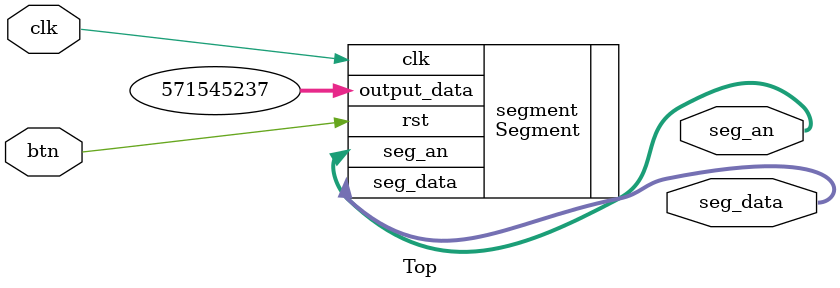
<source format=v>
module Top(
    input                   clk,
    input                   btn,
    output [2:0]            seg_an,
    output [3:0]            seg_data
);
Segment segment(
    .clk(clk),
    .rst(btn),
    .output_data(32'h22111695),     // <- 改为你学号中的 8 位数字
    .seg_data(seg_data),
    .seg_an(seg_an)
);
endmodule
</source>
